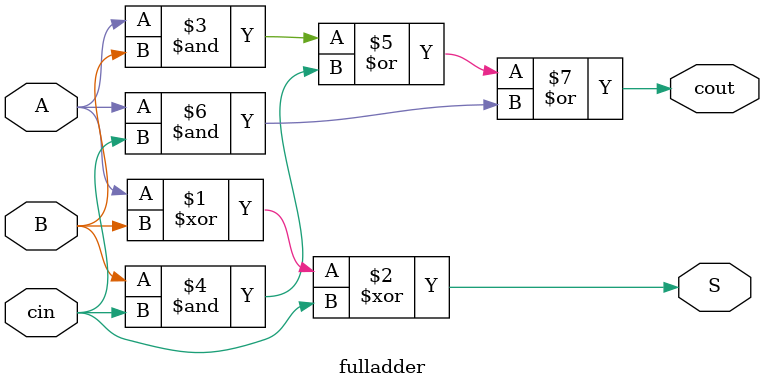
<source format=v>
`timescale 1ns / 1ns // `timescale time_unit/time_precision

module Lab3_2(LEDR, SW);
	input [9:0] SW;
	output [9:0] LEDR;
	
	wire c1, c2, c3;
	
	fulladder u0 (
		.A(SW[4]), 
		.B(SW[0]), 
		.cin(SW[8]), 
		.S(LEDR[0]),
		.cout(c1)
		);
	
	fulladder u1 (
		.A(SW[5]), 
		.B(SW[1]), 
		.cin(c1), 
		.S(LEDR[1]),
		.cout(c2)
		);
	
	fulladder u2 (
		.A(SW[6]), 
		.B(SW[2]), 
		.cin(c2), 
		.S(LEDR[2]),
		.cout(c3)
		);
		
	fulladder u3 (
		.A(SW[7]), 
		.B(SW[3]), 
		.cin(c3), 
		.S(LEDR[3]),
		.cout(LEDR[9])
		);
	
endmodule

module fulladder(A, B, cin, S, cout);
	input A, B, cin;
	output S, cout;
	
	assign S = A^B^cin;
	assign cout = A & B | B & cin | A & cin;
	
endmodule
</source>
